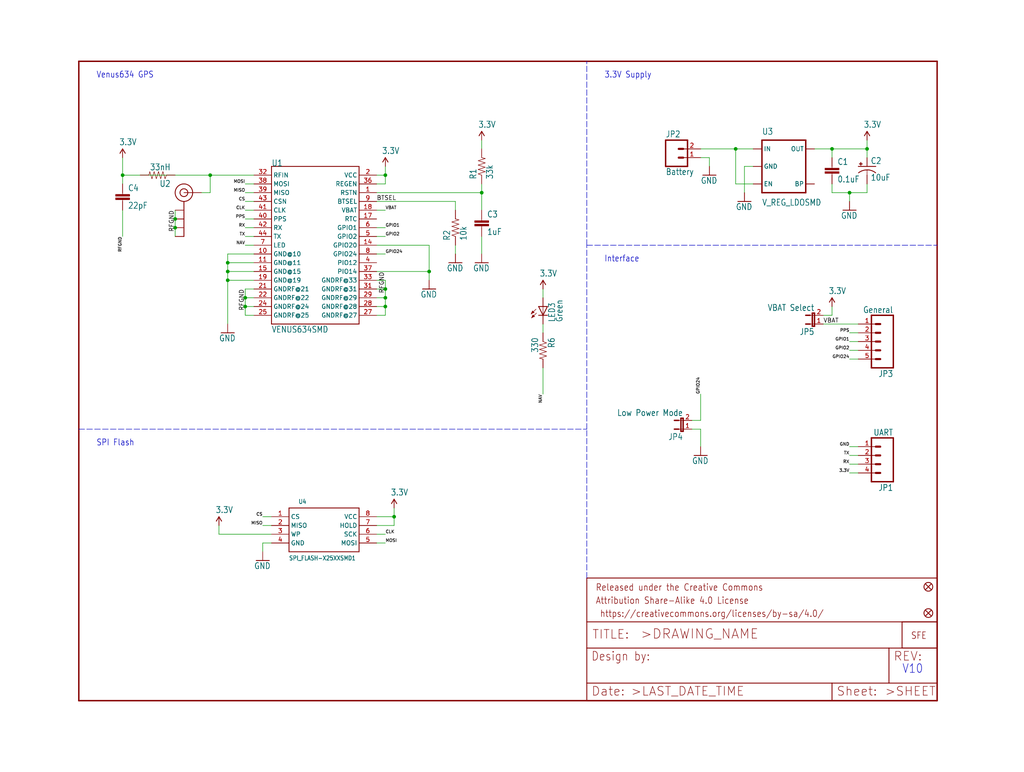
<source format=kicad_sch>
(kicad_sch (version 20211123) (generator eeschema)
  (paper "User" 297.002 223.926)
  (lib_symbols
    (symbol "eagleSchem-eagle-import:0.1UF-25V(+80{slash}-20%)(0603)"
      (property "Reference" "C" (at 1.524 2.921 0))
      (property "Value" "0.1UF-25V(+80{slash}-20%)(0603)" (at 1.524 -2.159 0))
      (symbol "0.1UF-25V(+80{slash}-20%)(0603)_1_0"
        (rectangle (start -2.032 0.508) (end 2.032 1.016) (fill (type outline)))
        (rectangle (start -2.032 1.524) (end 2.032 2.032) (fill (type outline)))
        (polyline (pts (xy 0 0) (xy 0 0.508)) (stroke (width 0.1524)))
        (polyline (pts (xy 0 2.54) (xy 0 2.032)) (stroke (width 0.1524)))
        (pin passive line (at 0 5.08 270) (length 2.54) (name "1") (number "1"))
        (pin passive line (at 0 -2.54 90) (length 2.54) (name "2") (number "2"))
      )
    )
    (symbol "eagleSchem-eagle-import:1.0UF-16V-10%(0603)"
      (property "Reference" "C" (at 1.524 2.921 0))
      (property "Value" "1.0UF-16V-10%(0603)" (at 1.524 -2.159 0))
      (symbol "1.0UF-16V-10%(0603)_1_0"
        (rectangle (start -2.032 0.508) (end 2.032 1.016) (fill (type outline)))
        (rectangle (start -2.032 1.524) (end 2.032 2.032) (fill (type outline)))
        (polyline (pts (xy 0 0) (xy 0 0.508)) (stroke (width 0.1524)))
        (polyline (pts (xy 0 2.54) (xy 0 2.032)) (stroke (width 0.1524)))
        (pin passive line (at 0 5.08 270) (length 2.54) (name "1") (number "1"))
        (pin passive line (at 0 -2.54 90) (length 2.54) (name "2") (number "2"))
      )
    )
    (symbol "eagleSchem-eagle-import:10KOHM1{slash}10W1%(0603)0603"
      (property "Reference" "R" (at -3.81 1.4986 0))
      (property "Value" "10KOHM1{slash}10W1%(0603)0603" (at -3.81 -3.302 0))
      (symbol "10KOHM1{slash}10W1%(0603)0603_1_0"
        (polyline (pts (xy -2.54 0) (xy -2.159 1.016)) (stroke (width 0.1524)))
        (polyline (pts (xy -2.159 1.016) (xy -1.524 -1.016)) (stroke (width 0.1524)))
        (polyline (pts (xy -1.524 -1.016) (xy -0.889 1.016)) (stroke (width 0.1524)))
        (polyline (pts (xy -0.889 1.016) (xy -0.254 -1.016)) (stroke (width 0.1524)))
        (polyline (pts (xy -0.254 -1.016) (xy 0.381 1.016)) (stroke (width 0.1524)))
        (polyline (pts (xy 0.381 1.016) (xy 1.016 -1.016)) (stroke (width 0.1524)))
        (polyline (pts (xy 1.016 -1.016) (xy 1.651 1.016)) (stroke (width 0.1524)))
        (polyline (pts (xy 1.651 1.016) (xy 2.286 -1.016)) (stroke (width 0.1524)))
        (polyline (pts (xy 2.286 -1.016) (xy 2.54 0)) (stroke (width 0.1524)))
        (pin passive line (at -5.08 0 0) (length 2.54) (name "1") (number "1"))
        (pin passive line (at 5.08 0 180) (length 2.54) (name "2") (number "2"))
      )
    )
    (symbol "eagleSchem-eagle-import:22PF-50V-5%(0603)"
      (property "Reference" "C" (at 1.524 2.921 0))
      (property "Value" "22PF-50V-5%(0603)" (at 1.524 -2.159 0))
      (symbol "22PF-50V-5%(0603)_1_0"
        (rectangle (start -2.032 0.508) (end 2.032 1.016) (fill (type outline)))
        (rectangle (start -2.032 1.524) (end 2.032 2.032) (fill (type outline)))
        (polyline (pts (xy 0 0) (xy 0 0.508)) (stroke (width 0.1524)))
        (polyline (pts (xy 0 2.54) (xy 0 2.032)) (stroke (width 0.1524)))
        (pin passive line (at 0 5.08 270) (length 2.54) (name "1") (number "1"))
        (pin passive line (at 0 -2.54 90) (length 2.54) (name "2") (number "2"))
      )
    )
    (symbol "eagleSchem-eagle-import:3.3V" (power)
      (property "Value" "3.3V" (at -1.016 3.556 0))
      (symbol "3.3V_1_0"
        (polyline (pts (xy 0 2.54) (xy -0.762 1.27)) (stroke (width 0.254)))
        (polyline (pts (xy 0.762 1.27) (xy 0 2.54)) (stroke (width 0.254)))
        (pin power_in line (at 0 0 90) (length 2.54) (name "3.3V") (number "1"))
      )
    )
    (symbol "eagleSchem-eagle-import:330OHM1{slash}10W1%(0603)"
      (property "Reference" "R" (at -3.81 1.4986 0))
      (property "Value" "330OHM1{slash}10W1%(0603)" (at -3.81 -3.302 0))
      (symbol "330OHM1{slash}10W1%(0603)_1_0"
        (polyline (pts (xy -2.54 0) (xy -2.159 1.016)) (stroke (width 0.1524)))
        (polyline (pts (xy -2.159 1.016) (xy -1.524 -1.016)) (stroke (width 0.1524)))
        (polyline (pts (xy -1.524 -1.016) (xy -0.889 1.016)) (stroke (width 0.1524)))
        (polyline (pts (xy -0.889 1.016) (xy -0.254 -1.016)) (stroke (width 0.1524)))
        (polyline (pts (xy -0.254 -1.016) (xy 0.381 1.016)) (stroke (width 0.1524)))
        (polyline (pts (xy 0.381 1.016) (xy 1.016 -1.016)) (stroke (width 0.1524)))
        (polyline (pts (xy 1.016 -1.016) (xy 1.651 1.016)) (stroke (width 0.1524)))
        (polyline (pts (xy 1.651 1.016) (xy 2.286 -1.016)) (stroke (width 0.1524)))
        (polyline (pts (xy 2.286 -1.016) (xy 2.54 0)) (stroke (width 0.1524)))
        (pin passive line (at -5.08 0 0) (length 2.54) (name "1") (number "1"))
        (pin passive line (at 5.08 0 180) (length 2.54) (name "2") (number "2"))
      )
    )
    (symbol "eagleSchem-eagle-import:33KOHM1{slash}10W1%(0603)"
      (property "Reference" "R" (at -3.81 1.4986 0))
      (property "Value" "33KOHM1{slash}10W1%(0603)" (at -3.81 -3.302 0))
      (symbol "33KOHM1{slash}10W1%(0603)_1_0"
        (polyline (pts (xy -2.54 0) (xy -2.159 1.016)) (stroke (width 0.1524)))
        (polyline (pts (xy -2.159 1.016) (xy -1.524 -1.016)) (stroke (width 0.1524)))
        (polyline (pts (xy -1.524 -1.016) (xy -0.889 1.016)) (stroke (width 0.1524)))
        (polyline (pts (xy -0.889 1.016) (xy -0.254 -1.016)) (stroke (width 0.1524)))
        (polyline (pts (xy -0.254 -1.016) (xy 0.381 1.016)) (stroke (width 0.1524)))
        (polyline (pts (xy 0.381 1.016) (xy 1.016 -1.016)) (stroke (width 0.1524)))
        (polyline (pts (xy 1.016 -1.016) (xy 1.651 1.016)) (stroke (width 0.1524)))
        (polyline (pts (xy 1.651 1.016) (xy 2.286 -1.016)) (stroke (width 0.1524)))
        (polyline (pts (xy 2.286 -1.016) (xy 2.54 0)) (stroke (width 0.1524)))
        (pin passive line (at -5.08 0 0) (length 2.54) (name "1") (number "1"))
        (pin passive line (at 5.08 0 180) (length 2.54) (name "2") (number "2"))
      )
    )
    (symbol "eagleSchem-eagle-import:33NH"
      (property "Value" "33NH" (at -3.81 -3.302 0))
      (symbol "33NH_1_0"
        (polyline (pts (xy -2.54 0) (xy -2.159 1.016)) (stroke (width 0.1524)))
        (polyline (pts (xy -2.159 1.016) (xy -1.524 -1.016)) (stroke (width 0.1524)))
        (polyline (pts (xy -1.524 -1.016) (xy -0.889 1.016)) (stroke (width 0.1524)))
        (polyline (pts (xy -0.889 1.016) (xy -0.254 -1.016)) (stroke (width 0.1524)))
        (polyline (pts (xy -0.254 -1.016) (xy 0.381 1.016)) (stroke (width 0.1524)))
        (polyline (pts (xy 0.381 1.016) (xy 1.016 -1.016)) (stroke (width 0.1524)))
        (polyline (pts (xy 1.016 -1.016) (xy 1.651 1.016)) (stroke (width 0.1524)))
        (polyline (pts (xy 1.651 1.016) (xy 2.286 -1.016)) (stroke (width 0.1524)))
        (polyline (pts (xy 2.286 -1.016) (xy 2.54 0)) (stroke (width 0.1524)))
        (pin passive line (at -5.08 0 0) (length 2.54) (name "1") (number "1"))
        (pin passive line (at 5.08 0 180) (length 2.54) (name "2") (number "2"))
      )
    )
    (symbol "eagleSchem-eagle-import:CAP_POL1206"
      (property "Reference" "C" (at 1.016 0.635 0))
      (property "Value" "CAP_POL1206" (at 1.016 -4.191 0))
      (symbol "CAP_POL1206_1_0"
        (rectangle (start -2.253 0.668) (end -1.364 0.795) (fill (type outline)))
        (rectangle (start -1.872 0.287) (end -1.745 1.176) (fill (type outline)))
        (arc (start 0 -1.0161) (mid -1.3021 -1.2302) (end -2.4669 -1.8504) (stroke (width 0.254)))
        (polyline (pts (xy -2.54 0) (xy 2.54 0)) (stroke (width 0.254)))
        (polyline (pts (xy 0 -1.016) (xy 0 -2.54)) (stroke (width 0.1524)))
        (arc (start 2.4892 -1.8542) (mid 1.3158 -1.2195) (end 0 -1) (stroke (width 0.254)))
        (pin passive line (at 0 2.54 270) (length 2.54) (name "+") (number "A"))
        (pin passive line (at 0 -5.08 90) (length 2.54) (name "-") (number "C"))
      )
    )
    (symbol "eagleSchem-eagle-import:FIDUCIAL1X2"
      (symbol "FIDUCIAL1X2_1_0"
        (polyline (pts (xy -0.762 0.762) (xy 0.762 -0.762)) (stroke (width 0.254)))
        (polyline (pts (xy 0.762 0.762) (xy -0.762 -0.762)) (stroke (width 0.254)))
        (circle (center 0 0) (radius 1.27) (stroke (width 0.254)))
      )
    )
    (symbol "eagleSchem-eagle-import:FRAME-LETTER"
      (symbol "FRAME-LETTER_1_0"
        (polyline (pts (xy 0 0) (xy 248.92 0)) (stroke (width 0.4064)))
        (polyline (pts (xy 0 185.42) (xy 0 0)) (stroke (width 0.4064)))
        (polyline (pts (xy 0 185.42) (xy 248.92 185.42)) (stroke (width 0.4064)))
        (polyline (pts (xy 248.92 185.42) (xy 248.92 0)) (stroke (width 0.4064)))
      )
      (symbol "FRAME-LETTER_2_0"
        (polyline (pts (xy 0 0) (xy 0 5.08)) (stroke (width 0.254)))
        (polyline (pts (xy 0 0) (xy 71.12 0)) (stroke (width 0.254)))
        (polyline (pts (xy 0 5.08) (xy 0 15.24)) (stroke (width 0.254)))
        (polyline (pts (xy 0 5.08) (xy 71.12 5.08)) (stroke (width 0.254)))
        (polyline (pts (xy 0 15.24) (xy 0 22.86)) (stroke (width 0.254)))
        (polyline (pts (xy 0 22.86) (xy 0 35.56)) (stroke (width 0.254)))
        (polyline (pts (xy 0 22.86) (xy 101.6 22.86)) (stroke (width 0.254)))
        (polyline (pts (xy 71.12 0) (xy 101.6 0)) (stroke (width 0.254)))
        (polyline (pts (xy 71.12 5.08) (xy 71.12 0)) (stroke (width 0.254)))
        (polyline (pts (xy 71.12 5.08) (xy 87.63 5.08)) (stroke (width 0.254)))
        (polyline (pts (xy 87.63 5.08) (xy 101.6 5.08)) (stroke (width 0.254)))
        (polyline (pts (xy 87.63 15.24) (xy 0 15.24)) (stroke (width 0.254)))
        (polyline (pts (xy 87.63 15.24) (xy 87.63 5.08)) (stroke (width 0.254)))
        (polyline (pts (xy 101.6 5.08) (xy 101.6 0)) (stroke (width 0.254)))
        (polyline (pts (xy 101.6 15.24) (xy 87.63 15.24)) (stroke (width 0.254)))
        (polyline (pts (xy 101.6 15.24) (xy 101.6 5.08)) (stroke (width 0.254)))
        (polyline (pts (xy 101.6 22.86) (xy 101.6 15.24)) (stroke (width 0.254)))
        (polyline (pts (xy 101.6 35.56) (xy 0 35.56)) (stroke (width 0.254)))
        (polyline (pts (xy 101.6 35.56) (xy 101.6 22.86)) (stroke (width 0.254)))
        (text " https://creativecommons.org/licenses/by-sa/4.0/" (at 2.54 24.13 0) (effects (font (size 1.9304 1.6408)) (justify left bottom)))
        (text ">DRAWING_NAME" (at 15.494 17.78 0) (effects (font (size 2.7432 2.7432)) (justify left bottom)))
        (text ">LAST_DATE_TIME" (at 12.7 1.27 0) (effects (font (size 2.54 2.54)) (justify left bottom)))
        (text ">SHEET" (at 86.36 1.27 0) (effects (font (size 2.54 2.54)) (justify left bottom)))
        (text "Attribution Share-Alike 4.0 License" (at 2.54 27.94 0) (effects (font (size 1.9304 1.6408)) (justify left bottom)))
        (text "Date:" (at 1.27 1.27 0) (effects (font (size 2.54 2.54)) (justify left bottom)))
        (text "Design by:" (at 1.27 11.43 0) (effects (font (size 2.54 2.159)) (justify left bottom)))
        (text "Released under the Creative Commons" (at 2.54 31.75 0) (effects (font (size 1.9304 1.6408)) (justify left bottom)))
        (text "REV:" (at 88.9 11.43 0) (effects (font (size 2.54 2.54)) (justify left bottom)))
        (text "Sheet:" (at 72.39 1.27 0) (effects (font (size 2.54 2.54)) (justify left bottom)))
        (text "TITLE:" (at 1.524 17.78 0) (effects (font (size 2.54 2.54)) (justify left bottom)))
      )
    )
    (symbol "eagleSchem-eagle-import:GND" (power)
      (property "Value" "GND" (at -2.54 -2.54 0))
      (symbol "GND_1_0"
        (polyline (pts (xy -1.905 0) (xy 1.905 0)) (stroke (width 0.254)))
        (pin power_in line (at 0 2.54 270) (length 2.54) (name "GND") (number "1"))
      )
    )
    (symbol "eagleSchem-eagle-import:JUMPER-2SMD-NC"
      (property "Reference" "JP" (at -1.27 0 90))
      (property "Value" "JUMPER-2SMD-NC" (at 5.715 0 90))
      (symbol "JUMPER-2SMD-NC_1_0"
        (polyline (pts (xy -0.635 0) (xy 3.175 0)) (stroke (width 0.4064)))
        (polyline (pts (xy -0.635 0.635) (xy -0.635 0)) (stroke (width 0.4064)))
        (polyline (pts (xy 0 0) (xy 0 1.27)) (stroke (width 0.1524)))
        (polyline (pts (xy 0 2.54) (xy 0 1.27)) (stroke (width 0.4064)))
        (polyline (pts (xy 2.54 0) (xy 2.54 1.27)) (stroke (width 0.1524)))
        (polyline (pts (xy 2.54 2.54) (xy 2.54 1.27)) (stroke (width 0.4064)))
        (polyline (pts (xy 3.175 0) (xy 3.175 0.635)) (stroke (width 0.4064)))
        (polyline (pts (xy 3.175 0.635) (xy -0.635 0.635)) (stroke (width 0.4064)))
        (pin passive line (at 0 -2.54 90) (length 2.54) (name "1") (number "1"))
        (pin passive line (at 2.54 -2.54 90) (length 2.54) (name "2") (number "2"))
      )
    )
    (symbol "eagleSchem-eagle-import:LED-GREEN0603"
      (property "Reference" "D" (at 3.556 -4.572 90))
      (property "Value" "LED-GREEN0603" (at 5.715 -4.572 90))
      (symbol "LED-GREEN0603_1_0"
        (polyline (pts (xy -2.032 -0.762) (xy -3.429 -2.159)) (stroke (width 0.1524)))
        (polyline (pts (xy -1.905 -1.905) (xy -3.302 -3.302)) (stroke (width 0.1524)))
        (polyline (pts (xy 0 -2.54) (xy -1.27 -2.54)) (stroke (width 0.254)))
        (polyline (pts (xy 0 -2.54) (xy -1.27 0)) (stroke (width 0.254)))
        (polyline (pts (xy 0 0) (xy -1.27 0)) (stroke (width 0.254)))
        (polyline (pts (xy 0 0) (xy 0 -2.54)) (stroke (width 0.1524)))
        (polyline (pts (xy 1.27 -2.54) (xy 0 -2.54)) (stroke (width 0.254)))
        (polyline (pts (xy 1.27 0) (xy 0 -2.54)) (stroke (width 0.254)))
        (polyline (pts (xy 1.27 0) (xy 0 0)) (stroke (width 0.254)))
        (polyline (pts (xy -3.429 -2.159) (xy -3.048 -1.27) (xy -2.54 -1.778)) (fill (type outline)))
        (polyline (pts (xy -3.302 -3.302) (xy -2.921 -2.413) (xy -2.413 -2.921)) (fill (type outline)))
        (pin passive line (at 0 2.54 270) (length 2.54) (name "A") (number "A"))
        (pin passive line (at 0 -5.08 90) (length 2.54) (name "C") (number "C"))
      )
    )
    (symbol "eagleSchem-eagle-import:LOGO-SFESK"
      (symbol "LOGO-SFESK_1_0"
        (polyline (pts (xy -2.54 -2.54) (xy 7.62 -2.54)) (stroke (width 0.254)))
        (polyline (pts (xy -2.54 5.08) (xy -2.54 -2.54)) (stroke (width 0.254)))
        (polyline (pts (xy 7.62 -2.54) (xy 7.62 5.08)) (stroke (width 0.254)))
        (polyline (pts (xy 7.62 5.08) (xy -2.54 5.08)) (stroke (width 0.254)))
        (text "SFE" (at 0 0 0) (effects (font (size 1.9304 1.6408)) (justify left bottom)))
      )
    )
    (symbol "eagleSchem-eagle-import:M02-JST-2MM-SMT"
      (property "Reference" "JP" (at -2.54 5.842 0))
      (property "Value" "M02-JST-2MM-SMT" (at -2.54 -5.08 0))
      (symbol "M02-JST-2MM-SMT_1_0"
        (polyline (pts (xy -2.54 5.08) (xy -2.54 -2.54)) (stroke (width 0.4064)))
        (polyline (pts (xy -2.54 5.08) (xy 3.81 5.08)) (stroke (width 0.4064)))
        (polyline (pts (xy 1.27 0) (xy 2.54 0)) (stroke (width 0.6096)))
        (polyline (pts (xy 1.27 2.54) (xy 2.54 2.54)) (stroke (width 0.6096)))
        (polyline (pts (xy 3.81 -2.54) (xy -2.54 -2.54)) (stroke (width 0.4064)))
        (polyline (pts (xy 3.81 -2.54) (xy 3.81 5.08)) (stroke (width 0.4064)))
        (pin passive line (at 7.62 0 180) (length 5.08) (name "1") (number "1"))
        (pin passive line (at 7.62 2.54 180) (length 5.08) (name "2") (number "2"))
      )
    )
    (symbol "eagleSchem-eagle-import:M04PTH"
      (property "Reference" "JP" (at -5.08 8.382 0))
      (property "Value" "M04PTH" (at -5.08 -7.62 0))
      (symbol "M04PTH_1_0"
        (polyline (pts (xy -5.08 7.62) (xy -5.08 -5.08)) (stroke (width 0.4064)))
        (polyline (pts (xy -5.08 7.62) (xy 1.27 7.62)) (stroke (width 0.4064)))
        (polyline (pts (xy -1.27 -2.54) (xy 0 -2.54)) (stroke (width 0.6096)))
        (polyline (pts (xy -1.27 0) (xy 0 0)) (stroke (width 0.6096)))
        (polyline (pts (xy -1.27 2.54) (xy 0 2.54)) (stroke (width 0.6096)))
        (polyline (pts (xy -1.27 5.08) (xy 0 5.08)) (stroke (width 0.6096)))
        (polyline (pts (xy 1.27 -5.08) (xy -5.08 -5.08)) (stroke (width 0.4064)))
        (polyline (pts (xy 1.27 -5.08) (xy 1.27 7.62)) (stroke (width 0.4064)))
        (pin passive line (at 5.08 -2.54 180) (length 5.08) (name "1") (number "1"))
        (pin passive line (at 5.08 0 180) (length 5.08) (name "2") (number "2"))
        (pin passive line (at 5.08 2.54 180) (length 5.08) (name "3") (number "3"))
        (pin passive line (at 5.08 5.08 180) (length 5.08) (name "4") (number "4"))
      )
    )
    (symbol "eagleSchem-eagle-import:M05PTH"
      (property "Reference" "JP" (at -2.54 8.382 0))
      (property "Value" "M05PTH" (at -2.54 -10.16 0))
      (symbol "M05PTH_1_0"
        (polyline (pts (xy -2.54 7.62) (xy -2.54 -7.62)) (stroke (width 0.4064)))
        (polyline (pts (xy -2.54 7.62) (xy 3.81 7.62)) (stroke (width 0.4064)))
        (polyline (pts (xy 1.27 -5.08) (xy 2.54 -5.08)) (stroke (width 0.6096)))
        (polyline (pts (xy 1.27 -2.54) (xy 2.54 -2.54)) (stroke (width 0.6096)))
        (polyline (pts (xy 1.27 0) (xy 2.54 0)) (stroke (width 0.6096)))
        (polyline (pts (xy 1.27 2.54) (xy 2.54 2.54)) (stroke (width 0.6096)))
        (polyline (pts (xy 1.27 5.08) (xy 2.54 5.08)) (stroke (width 0.6096)))
        (polyline (pts (xy 3.81 -7.62) (xy -2.54 -7.62)) (stroke (width 0.4064)))
        (polyline (pts (xy 3.81 -7.62) (xy 3.81 7.62)) (stroke (width 0.4064)))
        (pin passive line (at 7.62 -5.08 180) (length 5.08) (name "1") (number "1"))
        (pin passive line (at 7.62 -2.54 180) (length 5.08) (name "2") (number "2"))
        (pin passive line (at 7.62 0 180) (length 5.08) (name "3") (number "3"))
        (pin passive line (at 7.62 2.54 180) (length 5.08) (name "4") (number "4"))
        (pin passive line (at 7.62 5.08 180) (length 5.08) (name "5") (number "5"))
      )
    )
    (symbol "eagleSchem-eagle-import:SMA_EDGE"
      (symbol "SMA_EDGE_1_0"
        (polyline (pts (xy 0 -2.54) (xy 0 -12.7)) (stroke (width 0.254)))
        (circle (center 0 0) (radius 1.1359) (stroke (width 0.254)))
        (circle (center 0 0) (radius 2.54) (stroke (width 0.254)))
        (pin bidirectional line (at -2.54 -5.08 0) (length 2.54) (name "GND@0") (number "GND@0"))
        (pin bidirectional line (at -2.54 -7.62 0) (length 2.54) (name "GND@1") (number "GND@1"))
        (pin bidirectional line (at -2.54 -10.16 0) (length 2.54) (name "GND@2") (number "GND@2"))
        (pin bidirectional line (at -2.54 -12.7 0) (length 2.54) (name "GND@3") (number "GND@3"))
        (pin bidirectional line (at 5.08 0 180) (length 5.08) (name "SIGNAL") (number "SIG"))
      )
    )
    (symbol "eagleSchem-eagle-import:SPI_FLASH-X25XXSMD1"
      (property "Value" "SPI_FLASH-X25XXSMD1" (at -10.16 -10.16 0))
      (symbol "SPI_FLASH-X25XXSMD1_1_0"
        (polyline (pts (xy -10.16 -7.62) (xy 10.16 -7.62)) (stroke (width 0.254)))
        (polyline (pts (xy -10.16 5.08) (xy -10.16 -7.62)) (stroke (width 0.254)))
        (polyline (pts (xy 10.16 -7.62) (xy 10.16 5.08)) (stroke (width 0.254)))
        (polyline (pts (xy 10.16 5.08) (xy -10.16 5.08)) (stroke (width 0.254)))
        (pin bidirectional line (at -15.24 2.54 0) (length 5.08) (name "CS") (number "1"))
        (pin bidirectional line (at -15.24 0 0) (length 5.08) (name "MISO") (number "2"))
        (pin bidirectional line (at -15.24 -2.54 0) (length 5.08) (name "WP") (number "3"))
        (pin bidirectional line (at -15.24 -5.08 0) (length 5.08) (name "GND") (number "4"))
        (pin bidirectional line (at 15.24 -5.08 180) (length 5.08) (name "MOSI") (number "5"))
        (pin bidirectional line (at 15.24 -2.54 180) (length 5.08) (name "SCK") (number "6"))
        (pin bidirectional line (at 15.24 0 180) (length 5.08) (name "HOLD") (number "7"))
        (pin bidirectional line (at 15.24 2.54 180) (length 5.08) (name "VCC") (number "8"))
      )
    )
    (symbol "eagleSchem-eagle-import:VENUS634SMD"
      (property "Value" "VENUS634SMD" (at -12.7 -25.4 0))
      (symbol "VENUS634SMD_1_0"
        (polyline (pts (xy -12.7 -22.86) (xy 12.7 -22.86)) (stroke (width 0.254)))
        (polyline (pts (xy -12.7 22.86) (xy -12.7 -22.86)) (stroke (width 0.254)))
        (polyline (pts (xy 12.7 -22.86) (xy 12.7 22.86)) (stroke (width 0.254)))
        (polyline (pts (xy 12.7 22.86) (xy -12.7 22.86)) (stroke (width 0.254)))
        (pin bidirectional line (at 17.78 15.24 180) (length 5.08) (name "RSTN") (number "1"))
        (pin bidirectional line (at -17.78 -2.54 0) (length 5.08) (name "GND@10") (number "10"))
        (pin bidirectional line (at -17.78 -5.08 0) (length 5.08) (name "GND@11") (number "11"))
        (pin bidirectional line (at 17.78 0 180) (length 5.08) (name "GPIO20") (number "14"))
        (pin bidirectional line (at -17.78 -7.62 0) (length 5.08) (name "GND@15") (number "15"))
        (pin bidirectional line (at 17.78 7.62 180) (length 5.08) (name "RTC") (number "17"))
        (pin bidirectional line (at 17.78 10.16 180) (length 5.08) (name "VBAT") (number "18"))
        (pin bidirectional line (at -17.78 -10.16 0) (length 5.08) (name "GND@19") (number "19"))
        (pin bidirectional line (at 17.78 20.32 180) (length 5.08) (name "VCC") (number "2"))
        (pin bidirectional line (at -17.78 -12.7 0) (length 5.08) (name "GNDRF@21") (number "21"))
        (pin bidirectional line (at -17.78 -15.24 0) (length 5.08) (name "GNDRF@22") (number "22"))
        (pin bidirectional line (at -17.78 -17.78 0) (length 5.08) (name "GNDRF@24") (number "24"))
        (pin bidirectional line (at -17.78 -20.32 0) (length 5.08) (name "GNDRF@25") (number "25"))
        (pin bidirectional line (at 17.78 -20.32 180) (length 5.08) (name "GNDRF@27") (number "27"))
        (pin bidirectional line (at 17.78 -17.78 180) (length 5.08) (name "GNDRF@28") (number "28"))
        (pin bidirectional line (at 17.78 -15.24 180) (length 5.08) (name "GNDRF@29") (number "29"))
        (pin bidirectional line (at 17.78 -12.7 180) (length 5.08) (name "GNDRF@31") (number "31"))
        (pin bidirectional line (at -17.78 20.32 0) (length 5.08) (name "RFIN") (number "32"))
        (pin bidirectional line (at 17.78 -10.16 180) (length 5.08) (name "GNDRF@33") (number "33"))
        (pin bidirectional line (at 17.78 17.78 180) (length 5.08) (name "REGEN") (number "36"))
        (pin bidirectional line (at 17.78 -7.62 180) (length 5.08) (name "PIO14") (number "37"))
        (pin bidirectional line (at -17.78 17.78 0) (length 5.08) (name "MOSI") (number "38"))
        (pin bidirectional line (at -17.78 15.24 0) (length 5.08) (name "MISO") (number "39"))
        (pin bidirectional line (at 17.78 -5.08 180) (length 5.08) (name "PIO12") (number "4"))
        (pin bidirectional line (at -17.78 7.62 0) (length 5.08) (name "PPS") (number "40"))
        (pin bidirectional line (at -17.78 10.16 0) (length 5.08) (name "CLK") (number "41"))
        (pin bidirectional line (at -17.78 5.08 0) (length 5.08) (name "RX") (number "42"))
        (pin bidirectional line (at -17.78 12.7 0) (length 5.08) (name "CSN") (number "43"))
        (pin bidirectional line (at -17.78 2.54 0) (length 5.08) (name "TX") (number "44"))
        (pin bidirectional line (at 17.78 2.54 180) (length 5.08) (name "GPIO2") (number "5"))
        (pin bidirectional line (at 17.78 5.08 180) (length 5.08) (name "GPIO1") (number "6"))
        (pin bidirectional line (at -17.78 0 0) (length 5.08) (name "LED") (number "7"))
        (pin bidirectional line (at 17.78 -2.54 180) (length 5.08) (name "GPIO24") (number "8"))
        (pin bidirectional line (at 17.78 12.7 180) (length 5.08) (name "BTSEL") (number "9"))
      )
    )
    (symbol "eagleSchem-eagle-import:V_REG_LDOSMD"
      (property "Value" "V_REG_LDOSMD" (at -7.62 -11.43 0))
      (symbol "V_REG_LDOSMD_1_0"
        (polyline (pts (xy -7.62 -7.62) (xy 5.08 -7.62)) (stroke (width 0.4064)))
        (polyline (pts (xy -7.62 7.62) (xy -7.62 -7.62)) (stroke (width 0.4064)))
        (polyline (pts (xy 5.08 -7.62) (xy 5.08 7.62)) (stroke (width 0.4064)))
        (polyline (pts (xy 5.08 7.62) (xy -7.62 7.62)) (stroke (width 0.4064)))
        (pin input line (at -10.16 5.08 0) (length 2.54) (name "IN") (number "1"))
        (pin input line (at -10.16 0 0) (length 2.54) (name "GND") (number "2"))
        (pin input line (at -10.16 -5.08 0) (length 2.54) (name "EN") (number "3"))
        (pin input line (at 7.62 -5.08 180) (length 2.54) (name "BP") (number "4"))
        (pin passive line (at 7.62 5.08 180) (length 2.54) (name "OUT") (number "5"))
      )
    )
  )
  (junction (at 246.38 55.88))
  (junction (at 71.12 86.36))
  (junction (at 111.76 86.36))
  (junction (at 50.8 63.5))
  (junction (at 111.76 88.9))
  (junction (at 124.46 78.74))
  (junction (at 114.3 149.86))
  (junction (at 66.04 76.2))
  (junction (at 66.04 81.28))
  (junction (at 60.96 50.8))
  (junction (at 66.04 78.74))
  (junction (at 71.12 88.9))
  (junction (at 251.46 43.18))
  (junction (at 111.76 50.8))
  (junction (at 241.3 43.18))
  (junction (at 111.76 83.82))
  (junction (at 213.36 43.18))
  (junction (at 50.8 66.04))
  (junction (at 35.56 50.8))
  (junction (at 139.7 55.88))
  (wire (pts (xy 238.76 91.44) (xy 241.3 91.44)))
  (wire (pts (xy 132.08 58.42) (xy 132.08 60.96)))
  (wire (pts (xy 50.8 66.04) (xy 50.8 68.58)))
  (wire (pts (xy 111.76 86.36) (xy 111.76 88.9)))
  (wire (pts (xy 66.04 73.66) (xy 66.04 76.2)))
  (wire (pts (xy 251.46 43.18) (xy 251.46 45.72)))
  (wire (pts (xy 132.08 71.12) (xy 132.08 73.66)))
  (wire (pts (xy 236.22 43.18) (xy 241.3 43.18)))
  (wire (pts (xy 35.56 45.72) (xy 35.56 50.8)))
  (wire (pts (xy 71.12 83.82) (xy 71.12 86.36)))
  (wire (pts (xy 73.66 60.96) (xy 71.12 60.96)))
  (wire (pts (xy 203.2 121.92) (xy 203.2 114.3)))
  (wire (pts (xy 114.3 152.4) (xy 114.3 149.86)))
  (wire (pts (xy 139.7 55.88) (xy 139.7 60.96)))
  (polyline (pts (xy 170.18 167.64) (xy 170.18 124.46)))
  (wire (pts (xy 111.76 50.8) (xy 111.76 48.26)))
  (wire (pts (xy 200.66 124.46) (xy 203.2 124.46)))
  (wire (pts (xy 111.76 88.9) (xy 111.76 91.44)))
  (wire (pts (xy 114.3 149.86) (xy 114.3 147.32)))
  (wire (pts (xy 241.3 55.88) (xy 246.38 55.88)))
  (wire (pts (xy 109.22 81.28) (xy 111.76 81.28)))
  (polyline (pts (xy 170.18 71.12) (xy 170.18 17.78)))
  (wire (pts (xy 157.48 106.68) (xy 157.48 114.3)))
  (wire (pts (xy 124.46 78.74) (xy 124.46 81.28)))
  (wire (pts (xy 73.66 58.42) (xy 71.12 58.42)))
  (wire (pts (xy 246.38 58.42) (xy 246.38 55.88)))
  (wire (pts (xy 71.12 88.9) (xy 71.12 91.44)))
  (wire (pts (xy 60.96 55.88) (xy 60.96 50.8)))
  (wire (pts (xy 73.66 63.5) (xy 71.12 63.5)))
  (wire (pts (xy 78.74 154.94) (xy 63.5 154.94)))
  (polyline (pts (xy 170.18 124.46) (xy 170.18 71.12)))
  (wire (pts (xy 78.74 157.48) (xy 76.2 157.48)))
  (wire (pts (xy 109.22 58.42) (xy 132.08 58.42)))
  (wire (pts (xy 109.22 149.86) (xy 114.3 149.86)))
  (wire (pts (xy 241.3 91.44) (xy 241.3 88.9)))
  (wire (pts (xy 215.9 48.26) (xy 215.9 55.88)))
  (wire (pts (xy 111.76 83.82) (xy 111.76 86.36)))
  (wire (pts (xy 139.7 55.88) (xy 139.7 53.34)))
  (wire (pts (xy 35.56 50.8) (xy 35.56 53.34)))
  (wire (pts (xy 109.22 73.66) (xy 111.76 73.66)))
  (wire (pts (xy 109.22 91.44) (xy 111.76 91.44)))
  (wire (pts (xy 213.36 43.18) (xy 203.2 43.18)))
  (wire (pts (xy 73.66 88.9) (xy 71.12 88.9)))
  (wire (pts (xy 251.46 55.88) (xy 251.46 53.34)))
  (wire (pts (xy 248.92 129.54) (xy 246.38 129.54)))
  (wire (pts (xy 251.46 40.64) (xy 251.46 43.18)))
  (wire (pts (xy 73.66 81.28) (xy 66.04 81.28)))
  (wire (pts (xy 76.2 157.48) (xy 76.2 160.02)))
  (wire (pts (xy 241.3 45.72) (xy 241.3 43.18)))
  (wire (pts (xy 73.66 91.44) (xy 71.12 91.44)))
  (wire (pts (xy 78.74 149.86) (xy 76.2 149.86)))
  (wire (pts (xy 139.7 43.18) (xy 139.7 40.64)))
  (wire (pts (xy 109.22 66.04) (xy 111.76 66.04)))
  (wire (pts (xy 73.66 71.12) (xy 71.12 71.12)))
  (wire (pts (xy 246.38 55.88) (xy 251.46 55.88)))
  (wire (pts (xy 109.22 53.34) (xy 111.76 53.34)))
  (wire (pts (xy 63.5 154.94) (xy 63.5 152.4)))
  (wire (pts (xy 66.04 81.28) (xy 66.04 93.98)))
  (wire (pts (xy 50.8 60.96) (xy 50.8 63.5)))
  (wire (pts (xy 248.92 134.62) (xy 246.38 134.62)))
  (wire (pts (xy 248.92 99.06) (xy 246.38 99.06)))
  (wire (pts (xy 248.92 104.14) (xy 246.38 104.14)))
  (wire (pts (xy 109.22 78.74) (xy 124.46 78.74)))
  (wire (pts (xy 66.04 76.2) (xy 66.04 78.74)))
  (wire (pts (xy 248.92 137.16) (xy 246.38 137.16)))
  (wire (pts (xy 213.36 53.34) (xy 213.36 43.18)))
  (polyline (pts (xy 22.86 124.46) (xy 170.18 124.46)))
  (wire (pts (xy 73.66 76.2) (xy 66.04 76.2)))
  (wire (pts (xy 73.66 55.88) (xy 71.12 55.88)))
  (wire (pts (xy 241.3 53.34) (xy 241.3 55.88)))
  (wire (pts (xy 218.44 48.26) (xy 215.9 48.26)))
  (wire (pts (xy 109.22 152.4) (xy 114.3 152.4)))
  (wire (pts (xy 73.66 83.82) (xy 71.12 83.82)))
  (wire (pts (xy 109.22 86.36) (xy 111.76 86.36)))
  (wire (pts (xy 203.2 45.72) (xy 205.74 45.72)))
  (wire (pts (xy 58.42 55.88) (xy 60.96 55.88)))
  (wire (pts (xy 73.66 73.66) (xy 66.04 73.66)))
  (wire (pts (xy 248.92 101.6) (xy 246.38 101.6)))
  (wire (pts (xy 139.7 68.58) (xy 139.7 73.66)))
  (polyline (pts (xy 170.18 71.12) (xy 271.78 71.12)))
  (wire (pts (xy 157.48 93.98) (xy 157.48 96.52)))
  (wire (pts (xy 73.66 86.36) (xy 71.12 86.36)))
  (wire (pts (xy 109.22 71.12) (xy 124.46 71.12)))
  (wire (pts (xy 50.8 63.5) (xy 50.8 66.04)))
  (wire (pts (xy 109.22 88.9) (xy 111.76 88.9)))
  (wire (pts (xy 157.48 83.82) (xy 157.48 86.36)))
  (wire (pts (xy 109.22 68.58) (xy 111.76 68.58)))
  (wire (pts (xy 73.66 78.74) (xy 66.04 78.74)))
  (wire (pts (xy 109.22 50.8) (xy 111.76 50.8)))
  (wire (pts (xy 124.46 71.12) (xy 124.46 78.74)))
  (wire (pts (xy 111.76 81.28) (xy 111.76 83.82)))
  (wire (pts (xy 203.2 124.46) (xy 203.2 129.54)))
  (wire (pts (xy 73.66 66.04) (xy 71.12 66.04)))
  (wire (pts (xy 60.96 50.8) (xy 73.66 50.8)))
  (wire (pts (xy 71.12 86.36) (xy 71.12 88.9)))
  (wire (pts (xy 109.22 83.82) (xy 111.76 83.82)))
  (wire (pts (xy 109.22 154.94) (xy 111.76 154.94)))
  (wire (pts (xy 111.76 53.34) (xy 111.76 50.8)))
  (wire (pts (xy 66.04 78.74) (xy 66.04 81.28)))
  (wire (pts (xy 78.74 152.4) (xy 76.2 152.4)))
  (wire (pts (xy 35.56 50.8) (xy 60.96 50.8)))
  (wire (pts (xy 109.22 55.88) (xy 139.7 55.88)))
  (wire (pts (xy 73.66 53.34) (xy 71.12 53.34)))
  (wire (pts (xy 218.44 53.34) (xy 213.36 53.34)))
  (wire (pts (xy 200.66 121.92) (xy 203.2 121.92)))
  (wire (pts (xy 35.56 60.96) (xy 35.56 68.58)))
  (wire (pts (xy 109.22 60.96) (xy 111.76 60.96)))
  (wire (pts (xy 248.92 96.52) (xy 246.38 96.52)))
  (wire (pts (xy 248.92 132.08) (xy 246.38 132.08)))
  (wire (pts (xy 241.3 43.18) (xy 251.46 43.18)))
  (wire (pts (xy 205.74 45.72) (xy 205.74 48.26)))
  (wire (pts (xy 248.92 93.98) (xy 238.76 93.98)))
  (wire (pts (xy 73.66 68.58) (xy 71.12 68.58)))
  (wire (pts (xy 218.44 43.18) (xy 213.36 43.18)))
  (wire (pts (xy 109.22 157.48) (xy 111.76 157.48)))
  (text "Venus634 GPS" (at 27.94 22.86 180) (effects (font (size 1.778 1.5113)) (justify left bottom)))
  (text "3.3V Supply" (at 175.26 22.86 180) (effects (font (size 1.778 1.5113)) (justify left bottom)))
  (text "V10" (at 261.62 195.58 180) (effects (font (size 2.54 2.159)) (justify left bottom)))
  (text "SPI Flash" (at 27.94 129.54 180) (effects (font (size 1.778 1.5113)) (justify left bottom)))
  (text "Interface" (at 175.26 76.2 180) (effects (font (size 1.778 1.5113)) (justify left bottom)))
  (label "VBAT" (at 111.76 60.96 0) (effects (font (size 0.889 0.889))))
  (label "NAV" (at 71.12 71.12 180) (effects (font (size 0.889 0.889))))
  (label "PPS" (at 246.38 96.52 180) (effects (font (size 0.889 0.889))))
  (label "GPIO24" (at 203.2 114.3 90) (effects (font (size 0.889 0.889))))
  (label "GPIO2" (at 111.76 68.58 0) (effects (font (size 0.889 0.889))))
  (label "TX" (at 246.38 132.08 180) (effects (font (size 0.889 0.889))))
  (label "PPS" (at 71.12 63.5 180) (effects (font (size 0.889 0.889))))
  (label "CS" (at 76.2 149.86 180) (effects (font (size 0.889 0.889))))
  (label "MOSI" (at 71.12 53.34 180) (effects (font (size 0.889 0.889))))
  (label "RFGND" (at 111.76 85.09 90) (effects (font (size 1.2446 1.2446))))
  (label "RFGND" (at 71.12 83.82 270) (effects (font (size 1.2446 1.2446))))
  (label "CLK" (at 71.12 60.96 180) (effects (font (size 0.889 0.889))))
  (label "GPIO1" (at 111.76 66.04 0) (effects (font (size 0.889 0.889))))
  (label "TX" (at 71.12 68.58 180) (effects (font (size 0.889 0.889))))
  (label "RFGND" (at 35.56 68.58 270) (effects (font (size 0.889 0.889))))
  (label "RFGND" (at 50.8 60.96 270) (effects (font (size 1.2446 1.2446))))
  (label "CS" (at 71.12 58.42 180) (effects (font (size 0.889 0.889))))
  (label "RX" (at 71.12 66.04 180) (effects (font (size 0.889 0.889))))
  (label "VBAT" (at 238.76 93.98 0) (effects (font (size 1.2446 1.2446))))
  (label "GPIO24" (at 246.38 104.14 180) (effects (font (size 0.889 0.889))))
  (label "MISO" (at 76.2 152.4 180) (effects (font (size 0.889 0.889))))
  (label "MISO" (at 71.12 55.88 180) (effects (font (size 0.889 0.889))))
  (label "GPIO1" (at 246.38 99.06 180) (effects (font (size 0.889 0.889))))
  (label "BTSEL" (at 109.22 58.42 0) (effects (font (size 1.2446 1.2446))))
  (label "GPIO2" (at 246.38 101.6 180) (effects (font (size 0.889 0.889))))
  (label "GPIO24" (at 111.76 73.66 0) (effects (font (size 0.889 0.889))))
  (label "NAV" (at 157.48 114.3 270) (effects (font (size 0.889 0.889))))
  (label "3.3V" (at 246.38 137.16 180) (effects (font (size 0.889 0.889))))
  (label "RX" (at 246.38 134.62 180) (effects (font (size 0.889 0.889))))
  (label "MOSI" (at 111.76 157.48 0) (effects (font (size 0.889 0.889))))
  (label "GND" (at 246.38 129.54 180) (effects (font (size 0.889 0.889))))
  (label "CLK" (at 111.76 154.94 0) (effects (font (size 0.889 0.889))))
  (symbol (lib_id "eagleSchem-eagle-import:GND") (at 246.38 60.96 0) (unit 1)
    (property "Reference" "#GND5" (effects hide))
    (property "Value" "GND" (at 243.84 63.5 0) (effects (font (size 1.778 1.5113)) (justify left bottom)))
    (property "Footprint" "eagleSchem:" (effects hide))
  )
  (symbol (lib_id "eagleSchem-eagle-import:M04PTH") (at 254 132.08 180) (unit 1)
    (property "Reference" "JP1" (at 259.08 140.462 0) (effects (font (size 1.778 1.5113)) (justify left bottom)))
    (property "Value" "UART" (at 259.08 124.46 0) (effects (font (size 1.778 1.5113)) (justify left bottom)))
    (property "Footprint" "eagleSchem:1X04" (effects hide))
  )
  (symbol (lib_id "eagleSchem-eagle-import:330OHM1{slash}10W1%(0603)") (at 157.48 101.6 270) (unit 1)
    (property "Reference" "R6" (at 158.9786 97.79 0) (effects (font (size 1.778 1.5113)) (justify left bottom)))
    (property "Value" "330" (at 154.178 97.79 0) (effects (font (size 1.778 1.5113)) (justify left bottom)))
    (property "Footprint" "eagleSchem:0603-RES" (effects hide))
  )
  (symbol (lib_id "eagleSchem-eagle-import:JUMPER-2SMD-NC") (at 198.12 124.46 90) (unit 1)
    (property "Reference" "JP4" (at 198.12 125.73 90) (effects (font (size 1.778 1.5113)) (justify left bottom)))
    (property "Value" "Low Power Mode" (at 198.12 118.745 90) (effects (font (size 1.778 1.5113)) (justify left bottom)))
    (property "Footprint" "eagleSchem:SJ_2S" (effects hide))
  )
  (symbol (lib_id "eagleSchem-eagle-import:CAP_POL1206") (at 251.46 48.26 0) (unit 1)
    (property "Reference" "C2" (at 252.476 47.625 0) (effects (font (size 1.778 1.5113)) (justify left bottom)))
    (property "Value" "10uF" (at 252.476 52.451 0) (effects (font (size 1.778 1.5113)) (justify left bottom)))
    (property "Footprint" "eagleSchem:EIA3216" (effects hide))
  )
  (symbol (lib_id "eagleSchem-eagle-import:GND") (at 132.08 76.2 0) (unit 1)
    (property "Reference" "#GND4" (effects hide))
    (property "Value" "GND" (at 129.54 78.74 0) (effects (font (size 1.778 1.5113)) (justify left bottom)))
    (property "Footprint" "eagleSchem:" (effects hide))
  )
  (symbol (lib_id "eagleSchem-eagle-import:GND") (at 203.2 132.08 0) (unit 1)
    (property "Reference" "#GND3" (effects hide))
    (property "Value" "GND" (at 200.66 134.62 0) (effects (font (size 1.778 1.5113)) (justify left bottom)))
    (property "Footprint" "eagleSchem:" (effects hide))
  )
  (symbol (lib_id "eagleSchem-eagle-import:M05PTH") (at 256.54 99.06 180) (unit 1)
    (property "Reference" "JP3" (at 259.08 107.442 0) (effects (font (size 1.778 1.5113)) (justify left bottom)))
    (property "Value" "General" (at 259.08 88.9 0) (effects (font (size 1.778 1.5113)) (justify left bottom)))
    (property "Footprint" "eagleSchem:1X05" (effects hide))
  )
  (symbol (lib_id "eagleSchem-eagle-import:V_REG_LDOSMD") (at 228.6 48.26 0) (unit 1)
    (property "Reference" "U3" (at 220.98 39.116 0) (effects (font (size 1.778 1.5113)) (justify left bottom)))
    (property "Value" "V_REG_LDOSMD" (at 220.98 59.69 0) (effects (font (size 1.778 1.5113)) (justify left bottom)))
    (property "Footprint" "eagleSchem:SOT23-5" (effects hide))
  )
  (symbol (lib_id "eagleSchem-eagle-import:10KOHM1{slash}10W1%(0603)0603") (at 132.08 66.04 90) (unit 1)
    (property "Reference" "R2" (at 130.5814 69.85 0) (effects (font (size 1.778 1.5113)) (justify left bottom)))
    (property "Value" "10k" (at 135.382 69.85 0) (effects (font (size 1.778 1.5113)) (justify left bottom)))
    (property "Footprint" "eagleSchem:0603-RES" (effects hide))
  )
  (symbol (lib_id "eagleSchem-eagle-import:3.3V") (at 157.48 83.82 0) (unit 1)
    (property "Reference" "#P+2" (effects hide))
    (property "Value" "3.3V" (at 156.464 80.264 0) (effects (font (size 1.778 1.5113)) (justify left bottom)))
    (property "Footprint" "eagleSchem:" (effects hide))
  )
  (symbol (lib_id "eagleSchem-eagle-import:FIDUCIAL1X2") (at 269.24 170.18 0) (unit 1)
    (property "Reference" "FID1" (effects hide))
    (property "Value" "FIDUCIAL1X2" (effects hide))
    (property "Footprint" "eagleSchem:FIDUCIAL-1X2" (effects hide))
  )
  (symbol (lib_id "eagleSchem-eagle-import:LED-GREEN0603") (at 157.48 88.9 0) (unit 1)
    (property "Reference" "LED3" (at 161.036 93.472 90) (effects (font (size 1.778 1.5113)) (justify left bottom)))
    (property "Value" "Green" (at 163.195 93.472 90) (effects (font (size 1.778 1.5113)) (justify left bottom)))
    (property "Footprint" "eagleSchem:LED-0603" (effects hide))
  )
  (symbol (lib_id "eagleSchem-eagle-import:SPI_FLASH-X25XXSMD1") (at 93.98 152.4 0) (unit 1)
    (property "Reference" "U4" (at 88.9 144.78 0) (effects (font (size 1.27 1.0795)) (justify right top)))
    (property "Value" "SPI_FLASH-X25XXSMD1" (at 83.82 162.56 0) (effects (font (size 1.27 1.0795)) (justify left bottom)))
    (property "Footprint" "eagleSchem:SO08-EIAJ" (effects hide))
  )
  (symbol (lib_id "eagleSchem-eagle-import:GND") (at 124.46 83.82 0) (unit 1)
    (property "Reference" "#GND7" (effects hide))
    (property "Value" "GND" (at 121.92 86.36 0) (effects (font (size 1.778 1.5113)) (justify left bottom)))
    (property "Footprint" "eagleSchem:" (effects hide))
  )
  (symbol (lib_id "eagleSchem-eagle-import:GND") (at 139.7 76.2 0) (unit 1)
    (property "Reference" "#GND6" (effects hide))
    (property "Value" "GND" (at 137.16 78.74 0) (effects (font (size 1.778 1.5113)) (justify left bottom)))
    (property "Footprint" "eagleSchem:" (effects hide))
  )
  (symbol (lib_id "eagleSchem-eagle-import:GND") (at 215.9 58.42 0) (unit 1)
    (property "Reference" "#GND8" (effects hide))
    (property "Value" "GND" (at 213.36 60.96 0) (effects (font (size 1.778 1.5113)) (justify left bottom)))
    (property "Footprint" "eagleSchem:" (effects hide))
  )
  (symbol (lib_id "eagleSchem-eagle-import:GND") (at 205.74 50.8 0) (unit 1)
    (property "Reference" "#GND9" (effects hide))
    (property "Value" "GND" (at 203.2 53.34 0) (effects (font (size 1.778 1.5113)) (justify left bottom)))
    (property "Footprint" "eagleSchem:" (effects hide))
  )
  (symbol (lib_id "eagleSchem-eagle-import:22PF-50V-5%(0603)") (at 35.56 58.42 0) (unit 1)
    (property "Reference" "C4" (at 37.084 55.499 0) (effects (font (size 1.778 1.5113)) (justify left bottom)))
    (property "Value" "22pF" (at 37.084 60.579 0) (effects (font (size 1.778 1.5113)) (justify left bottom)))
    (property "Footprint" "eagleSchem:0603-CAP" (effects hide))
  )
  (symbol (lib_id "eagleSchem-eagle-import:3.3V") (at 35.56 45.72 0) (unit 1)
    (property "Reference" "#P+7" (effects hide))
    (property "Value" "3.3V" (at 34.544 42.164 0) (effects (font (size 1.778 1.5113)) (justify left bottom)))
    (property "Footprint" "eagleSchem:" (effects hide))
  )
  (symbol (lib_id "eagleSchem-eagle-import:SMA_EDGE") (at 53.34 55.88 0) (unit 1)
    (property "Reference" "J$1" (effects hide))
    (property "Value" "SMA_EDGE" (effects hide))
    (property "Footprint" "eagleSchem:SMA-EDGE" (effects hide))
  )
  (symbol (lib_id "eagleSchem-eagle-import:GND") (at 76.2 162.56 0) (unit 1)
    (property "Reference" "#GND2" (effects hide))
    (property "Value" "GND" (at 73.66 165.1 0) (effects (font (size 1.778 1.5113)) (justify left bottom)))
    (property "Footprint" "eagleSchem:" (effects hide))
  )
  (symbol (lib_id "eagleSchem-eagle-import:3.3V") (at 114.3 147.32 0) (unit 1)
    (property "Reference" "#P+8" (effects hide))
    (property "Value" "3.3V" (at 113.284 143.764 0) (effects (font (size 1.778 1.5113)) (justify left bottom)))
    (property "Footprint" "eagleSchem:" (effects hide))
  )
  (symbol (lib_id "eagleSchem-eagle-import:33NH") (at 45.72 50.8 180) (unit 1)
    (property "Reference" "U2" (at 49.53 52.2986 0) (effects (font (size 1.778 1.5113)) (justify left bottom)))
    (property "Value" "33nH" (at 49.53 47.498 0) (effects (font (size 1.778 1.5113)) (justify left bottom)))
    (property "Footprint" "eagleSchem:0603-RES" (effects hide))
  )
  (symbol (lib_id "eagleSchem-eagle-import:LOGO-SFESK") (at 264.16 185.42 0) (unit 1)
    (property "Reference" "U$1" (effects hide))
    (property "Value" "LOGO-SFESK" (effects hide))
    (property "Footprint" "eagleSchem:SFE-LOGO-FLAME" (effects hide))
  )
  (symbol (lib_id "eagleSchem-eagle-import:JUMPER-2SMD-NC") (at 236.22 93.98 90) (unit 1)
    (property "Reference" "JP5" (at 236.22 95.25 90) (effects (font (size 1.778 1.5113)) (justify left bottom)))
    (property "Value" "VBAT Select" (at 236.22 88.265 90) (effects (font (size 1.778 1.5113)) (justify left bottom)))
    (property "Footprint" "eagleSchem:SJ_2S" (effects hide))
  )
  (symbol (lib_id "eagleSchem-eagle-import:M02-JST-2MM-SMT") (at 195.58 45.72 0) (unit 1)
    (property "Reference" "JP2" (at 193.04 39.878 0) (effects (font (size 1.778 1.5113)) (justify left bottom)))
    (property "Value" "Battery" (at 193.04 50.8 0) (effects (font (size 1.778 1.5113)) (justify left bottom)))
    (property "Footprint" "eagleSchem:S2B-PH" (effects hide))
  )
  (symbol (lib_id "eagleSchem-eagle-import:FIDUCIAL1X2") (at 269.24 177.8 0) (unit 1)
    (property "Reference" "FID2" (effects hide))
    (property "Value" "FIDUCIAL1X2" (effects hide))
    (property "Footprint" "eagleSchem:FIDUCIAL-1X2" (effects hide))
  )
  (symbol (lib_id "eagleSchem-eagle-import:3.3V") (at 241.3 88.9 0) (unit 1)
    (property "Reference" "#P+3" (effects hide))
    (property "Value" "3.3V" (at 240.284 85.344 0) (effects (font (size 1.778 1.5113)) (justify left bottom)))
    (property "Footprint" "eagleSchem:" (effects hide))
  )
  (symbol (lib_id "eagleSchem-eagle-import:3.3V") (at 111.76 48.26 0) (unit 1)
    (property "Reference" "#P+1" (effects hide))
    (property "Value" "3.3V" (at 110.744 44.704 0) (effects (font (size 1.778 1.5113)) (justify left bottom)))
    (property "Footprint" "eagleSchem:" (effects hide))
  )
  (symbol (lib_id "eagleSchem-eagle-import:3.3V") (at 251.46 40.64 0) (unit 1)
    (property "Reference" "#P+5" (effects hide))
    (property "Value" "3.3V" (at 250.444 37.084 0) (effects (font (size 1.778 1.5113)) (justify left bottom)))
    (property "Footprint" "eagleSchem:" (effects hide))
  )
  (symbol (lib_id "eagleSchem-eagle-import:GND") (at 66.04 96.52 0) (unit 1)
    (property "Reference" "#GND1" (effects hide))
    (property "Value" "GND" (at 63.5 99.06 0) (effects (font (size 1.778 1.5113)) (justify left bottom)))
    (property "Footprint" "eagleSchem:" (effects hide))
  )
  (symbol (lib_id "eagleSchem-eagle-import:3.3V") (at 63.5 152.4 0) (unit 1)
    (property "Reference" "#P+9" (effects hide))
    (property "Value" "3.3V" (at 62.484 148.844 0) (effects (font (size 1.778 1.5113)) (justify left bottom)))
    (property "Footprint" "eagleSchem:" (effects hide))
  )
  (symbol (lib_id "eagleSchem-eagle-import:VENUS634SMD") (at 91.44 71.12 0) (unit 1)
    (property "Reference" "U1" (at 78.74 48.26 0) (effects (font (size 1.778 1.5113)) (justify left bottom)))
    (property "Value" "VENUS634SMD" (at 78.74 96.52 0) (effects (font (size 1.778 1.5113)) (justify left bottom)))
    (property "Footprint" "eagleSchem:LGA44" (effects hide))
  )
  (symbol (lib_id "eagleSchem-eagle-import:1.0UF-16V-10%(0603)") (at 139.7 66.04 0) (unit 1)
    (property "Reference" "C3" (at 141.224 63.119 0) (effects (font (size 1.778 1.5113)) (justify left bottom)))
    (property "Value" "1uF" (at 141.224 68.199 0) (effects (font (size 1.778 1.5113)) (justify left bottom)))
    (property "Footprint" "eagleSchem:0603-CAP" (effects hide))
  )
  (symbol (lib_id "eagleSchem-eagle-import:FRAME-LETTER") (at 22.86 203.2 0) (unit 1)
    (property "Reference" "FRAME1" (effects hide))
    (property "Value" "FRAME-LETTER" (effects hide))
    (property "Footprint" "eagleSchem:CREATIVE_COMMONS" (effects hide))
  )
  (symbol (lib_id "eagleSchem-eagle-import:FRAME-LETTER") (at 170.18 203.2 0) (unit 2)
    (property "Reference" "FRAME1" (effects hide))
    (property "Value" "FRAME-LETTER" (effects hide))
    (property "Footprint" "eagleSchem:CREATIVE_COMMONS" (effects hide))
  )
  (symbol (lib_id "eagleSchem-eagle-import:33KOHM1{slash}10W1%(0603)") (at 139.7 48.26 90) (unit 1)
    (property "Reference" "R1" (at 138.2014 52.07 0) (effects (font (size 1.778 1.5113)) (justify left bottom)))
    (property "Value" "33k" (at 143.002 52.07 0) (effects (font (size 1.778 1.5113)) (justify left bottom)))
    (property "Footprint" "eagleSchem:0603-RES" (effects hide))
  )
  (symbol (lib_id "eagleSchem-eagle-import:3.3V") (at 139.7 40.64 0) (unit 1)
    (property "Reference" "#P+4" (effects hide))
    (property "Value" "3.3V" (at 138.684 37.084 0) (effects (font (size 1.778 1.5113)) (justify left bottom)))
    (property "Footprint" "eagleSchem:" (effects hide))
  )
  (symbol (lib_id "eagleSchem-eagle-import:0.1UF-25V(+80{slash}-20%)(0603)") (at 241.3 50.8 0) (unit 1)
    (property "Reference" "C1" (at 242.824 47.879 0) (effects (font (size 1.778 1.5113)) (justify left bottom)))
    (property "Value" "0.1uF" (at 242.824 52.959 0) (effects (font (size 1.778 1.5113)) (justify left bottom)))
    (property "Footprint" "eagleSchem:0603-CAP" (effects hide))
  )
)
</source>
